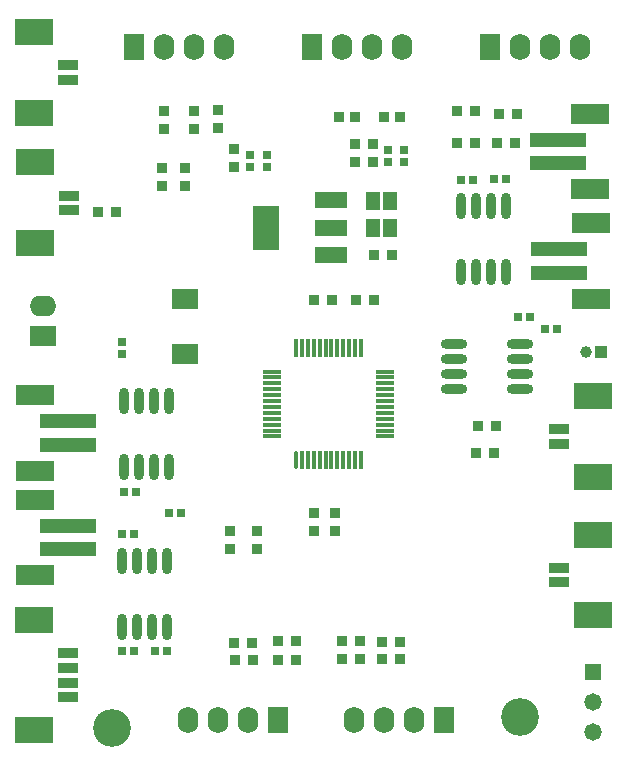
<source format=gts>
G04*
G04 #@! TF.GenerationSoftware,Altium Limited,Altium Designer,18.1.9 (240)*
G04*
G04 Layer_Color=8388736*
%FSLAX24Y24*%
%MOIN*%
G70*
G01*
G75*
%ADD35R,0.0280X0.0280*%
%ADD36R,0.0380X0.0380*%
%ADD37R,0.0513X0.0631*%
%ADD38R,0.0380X0.0380*%
%ADD39R,0.1064X0.0552*%
%ADD40R,0.0867X0.1458*%
%ADD41R,0.1852X0.0474*%
%ADD42R,0.1261X0.0710*%
%ADD43R,0.0280X0.0280*%
%ADD44O,0.0320X0.0880*%
%ADD45R,0.0710X0.0356*%
%ADD46R,0.1261X0.0907*%
%ADD47R,0.0880X0.0680*%
%ADD48R,0.0600X0.0159*%
%ADD49R,0.0159X0.0600*%
%ADD50O,0.0159X0.0600*%
%ADD51O,0.0880X0.0320*%
%ADD52C,0.1261*%
%ADD53O,0.0680X0.0880*%
%ADD54R,0.0680X0.0880*%
%ADD55O,0.0880X0.0680*%
%ADD56R,0.0880X0.0680*%
%ADD57C,0.0580*%
%ADD58R,0.0580X0.0580*%
%ADD59R,0.0395X0.0395*%
%ADD60C,0.0395*%
D35*
X17972Y44845D02*
D03*
Y45245D02*
D03*
X23100Y45000D02*
D03*
Y45400D02*
D03*
X22550Y45000D02*
D03*
Y45400D02*
D03*
X13700Y38600D02*
D03*
Y39000D02*
D03*
X18522Y44845D02*
D03*
Y45245D02*
D03*
D36*
X15016Y44800D02*
D03*
Y44200D02*
D03*
X22055Y45000D02*
D03*
Y45600D02*
D03*
X21466Y45000D02*
D03*
Y45600D02*
D03*
X15100Y46100D02*
D03*
Y46700D02*
D03*
X16100Y46100D02*
D03*
Y46700D02*
D03*
X17300Y32100D02*
D03*
Y32700D02*
D03*
X16900Y46150D02*
D03*
Y46750D02*
D03*
X17422Y45443D02*
D03*
Y44843D02*
D03*
X18200Y32100D02*
D03*
Y32700D02*
D03*
X15800Y44800D02*
D03*
Y44200D02*
D03*
X20800Y33300D02*
D03*
Y32700D02*
D03*
X20100Y33300D02*
D03*
Y32700D02*
D03*
D37*
X22055Y43725D02*
D03*
X22645D02*
D03*
X22055Y42825D02*
D03*
X22645D02*
D03*
D38*
X22700Y41925D02*
D03*
X22100D02*
D03*
X24850Y46700D02*
D03*
X25450D02*
D03*
X26200Y45645D02*
D03*
X26800D02*
D03*
X24850D02*
D03*
X25450D02*
D03*
X22377Y28445D02*
D03*
X22977D02*
D03*
X17450Y28397D02*
D03*
X18050D02*
D03*
X21015Y28447D02*
D03*
X21615D02*
D03*
X18900Y28397D02*
D03*
X19500D02*
D03*
X21015Y29030D02*
D03*
X21615D02*
D03*
X22350Y29000D02*
D03*
X22950D02*
D03*
X18900Y29047D02*
D03*
X19500D02*
D03*
X17434Y28975D02*
D03*
X18034D02*
D03*
X26250Y46610D02*
D03*
X26850D02*
D03*
X20700Y40425D02*
D03*
X20100D02*
D03*
X21500D02*
D03*
X22100D02*
D03*
X13500Y43350D02*
D03*
X12900D02*
D03*
X20925Y46500D02*
D03*
X21475D02*
D03*
X22425D02*
D03*
X22975D02*
D03*
X26096Y35300D02*
D03*
X25496D02*
D03*
X26150Y36200D02*
D03*
X25550D02*
D03*
D39*
X20650Y42825D02*
D03*
Y43730D02*
D03*
Y41919D02*
D03*
D40*
X18485Y42825D02*
D03*
D41*
X28225Y44966D02*
D03*
Y45754D02*
D03*
X28250Y41313D02*
D03*
Y42100D02*
D03*
X11883Y36368D02*
D03*
Y35580D02*
D03*
Y32884D02*
D03*
Y32096D02*
D03*
D42*
X29308Y44100D02*
D03*
Y46620D02*
D03*
X29333Y40446D02*
D03*
Y42966D02*
D03*
X10800Y37234D02*
D03*
Y34714D02*
D03*
Y33750D02*
D03*
Y31230D02*
D03*
D43*
X26496Y44450D02*
D03*
X26096D02*
D03*
X25400Y44400D02*
D03*
X25000D02*
D03*
X13700Y32600D02*
D03*
X14100D02*
D03*
X15650Y33300D02*
D03*
X15250D02*
D03*
X13750Y34000D02*
D03*
X14150D02*
D03*
X14800Y28700D02*
D03*
X15200D02*
D03*
X13700D02*
D03*
X14100D02*
D03*
X27300Y39850D02*
D03*
X26900D02*
D03*
X27800Y39450D02*
D03*
X28200D02*
D03*
D44*
X26000Y41350D02*
D03*
X25500Y43550D02*
D03*
X25000D02*
D03*
X26500D02*
D03*
X26000D02*
D03*
X25000Y41350D02*
D03*
X25500D02*
D03*
X26500D02*
D03*
X14200Y31700D02*
D03*
X14700Y29500D02*
D03*
X15200D02*
D03*
X13700D02*
D03*
X14200D02*
D03*
X15200Y31700D02*
D03*
X14700D02*
D03*
X13700D02*
D03*
X14250Y37044D02*
D03*
X14750Y34844D02*
D03*
X15250D02*
D03*
X13750D02*
D03*
X14250D02*
D03*
X15250Y37044D02*
D03*
X14750D02*
D03*
X13750D02*
D03*
D45*
X11900Y27658D02*
D03*
Y27166D02*
D03*
Y28150D02*
D03*
Y28642D02*
D03*
Y48250D02*
D03*
Y47758D02*
D03*
X11942Y43894D02*
D03*
Y43402D02*
D03*
X28250Y31000D02*
D03*
Y31492D02*
D03*
Y35608D02*
D03*
Y36100D02*
D03*
D46*
X10758Y29744D02*
D03*
Y26063D02*
D03*
Y49352D02*
D03*
Y46656D02*
D03*
X10800Y44997D02*
D03*
Y42300D02*
D03*
X29392Y29898D02*
D03*
Y32594D02*
D03*
Y34506D02*
D03*
Y37202D02*
D03*
D47*
X15800Y38596D02*
D03*
Y40446D02*
D03*
D48*
X18710Y35863D02*
D03*
Y36059D02*
D03*
Y36256D02*
D03*
Y36453D02*
D03*
Y36650D02*
D03*
Y36847D02*
D03*
Y38028D02*
D03*
X22450D02*
D03*
Y37831D02*
D03*
Y37634D02*
D03*
Y37437D02*
D03*
Y37241D02*
D03*
Y37044D02*
D03*
Y36847D02*
D03*
Y36650D02*
D03*
Y36453D02*
D03*
Y36256D02*
D03*
Y36059D02*
D03*
Y35863D02*
D03*
X18710Y37437D02*
D03*
Y37634D02*
D03*
Y37831D02*
D03*
Y37241D02*
D03*
Y37044D02*
D03*
D49*
X19497Y38815D02*
D03*
X19694D02*
D03*
X19891D02*
D03*
X20088D02*
D03*
X20678D02*
D03*
X20875D02*
D03*
X21072D02*
D03*
X21269D02*
D03*
X21466D02*
D03*
X21663D02*
D03*
Y35075D02*
D03*
X21466D02*
D03*
X21269D02*
D03*
X21072D02*
D03*
X20875D02*
D03*
X20678D02*
D03*
X20482D02*
D03*
X20285D02*
D03*
X20088D02*
D03*
X19891D02*
D03*
X19694D02*
D03*
X20482Y38815D02*
D03*
X20285D02*
D03*
D50*
X19497Y35075D02*
D03*
D51*
X24750Y37950D02*
D03*
X26950Y38450D02*
D03*
Y38950D02*
D03*
Y37450D02*
D03*
Y37950D02*
D03*
X24750Y38950D02*
D03*
Y38450D02*
D03*
Y37450D02*
D03*
D52*
X26950Y26500D02*
D03*
X13350Y26150D02*
D03*
D53*
X17100Y48850D02*
D03*
X15100D02*
D03*
X16100D02*
D03*
X23025D02*
D03*
X21025D02*
D03*
X22025D02*
D03*
X28950D02*
D03*
X26950D02*
D03*
X27950D02*
D03*
X15900Y26400D02*
D03*
X17900D02*
D03*
X16900D02*
D03*
X21425D02*
D03*
X23425D02*
D03*
X22425D02*
D03*
D54*
X14100Y48850D02*
D03*
X20025D02*
D03*
X25950D02*
D03*
X18900Y26400D02*
D03*
X24425D02*
D03*
D55*
X11050Y40200D02*
D03*
D56*
Y39200D02*
D03*
D57*
X29400Y26000D02*
D03*
Y27000D02*
D03*
D58*
Y28000D02*
D03*
D59*
X29650Y38681D02*
D03*
D60*
X29158D02*
D03*
M02*

</source>
